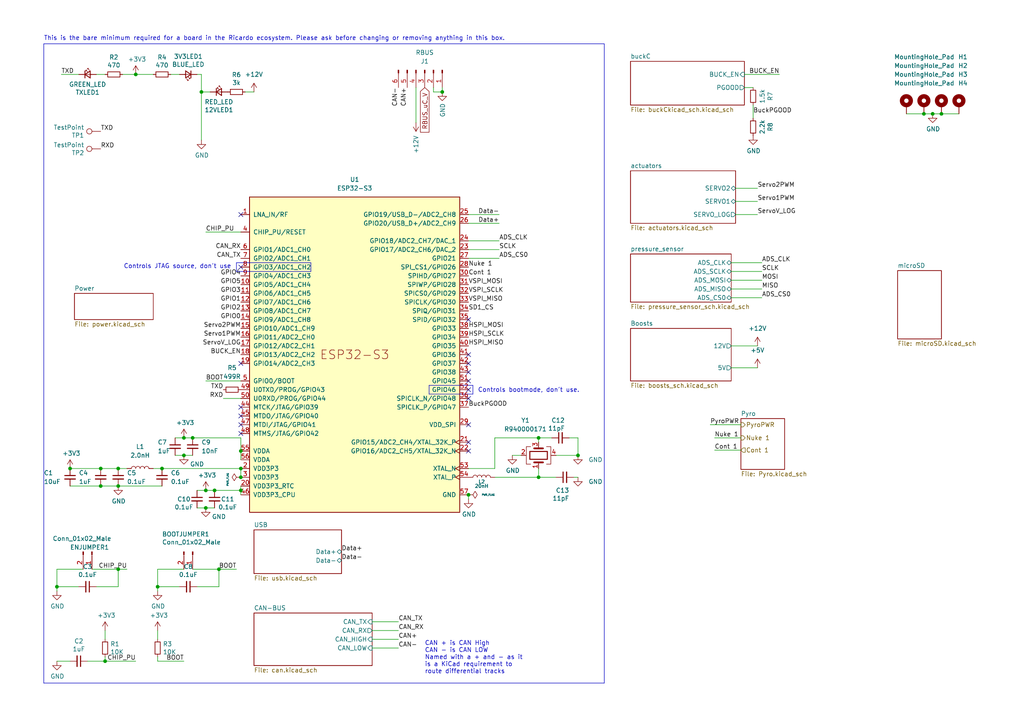
<source format=kicad_sch>
(kicad_sch (version 20230121) (generator eeschema)
  (paper "A4")
  (lib_symbols
    (symbol "+12V_1" (power) (pin_names (offset 0))
      (property "Value" "+12V_1" (at 0 3.556 0))
      (symbol "+12V_1_0_1"
        (polyline (pts (xy -0.762 1.27) (xy 0 2.54)))
        (polyline (pts (xy 0 0) (xy 0 2.54)))
        (polyline (pts (xy 0 2.54) (xy 0.762 1.27)))
      )
      (symbol "+12V_1_1_1"
        (pin power_in line (at 0 0 90) (length 0) hide (name "+12V") (number "1"))
      )
    )
    (symbol "Connector:Conn_01x02_Male" (pin_names (offset 1.016) hide)
      (property "Reference" "J" (at 0 2.54 0))
      (property "Value" "Conn_01x02_Male" (at 0 -5.08 0))
      (symbol "Conn_01x02_Male_1_1"
        (polyline (pts (xy 1.27 -2.54) (xy 0.8636 -2.54)) (stroke (width 0.1524)))
        (polyline (pts (xy 1.27 0) (xy 0.8636 0)) (stroke (width 0.1524)))
        (rectangle (start 0.8636 -2.413) (end 0 -2.667) (stroke (width 0.1524)) (fill (type outline)))
        (rectangle (start 0.8636 0.127) (end 0 -0.127) (stroke (width 0.1524)) (fill (type outline)))
        (pin passive line (at 5.08 0 180) (length 3.81) (name "Pin_1") (number "1"))
        (pin passive line (at 5.08 -2.54 180) (length 3.81) (name "Pin_2") (number "2"))
      )
    )
    (symbol "Connector:Conn_01x06_Male" (pin_names (offset 1.016) hide)
      (property "Reference" "J" (at 0 7.62 0))
      (property "Value" "Conn_01x06_Male" (at 0 -10.16 0))
      (symbol "Conn_01x06_Male_1_1"
        (polyline (pts (xy 1.27 -7.62) (xy 0.8636 -7.62)) (stroke (width 0.1524)))
        (polyline (pts (xy 1.27 -5.08) (xy 0.8636 -5.08)) (stroke (width 0.1524)))
        (polyline (pts (xy 1.27 -2.54) (xy 0.8636 -2.54)) (stroke (width 0.1524)))
        (polyline (pts (xy 1.27 0) (xy 0.8636 0)) (stroke (width 0.1524)))
        (polyline (pts (xy 1.27 2.54) (xy 0.8636 2.54)) (stroke (width 0.1524)))
        (polyline (pts (xy 1.27 5.08) (xy 0.8636 5.08)) (stroke (width 0.1524)))
        (rectangle (start 0.8636 -7.493) (end 0 -7.747) (stroke (width 0.1524)) (fill (type outline)))
        (rectangle (start 0.8636 -4.953) (end 0 -5.207) (stroke (width 0.1524)) (fill (type outline)))
        (rectangle (start 0.8636 -2.413) (end 0 -2.667) (stroke (width 0.1524)) (fill (type outline)))
        (rectangle (start 0.8636 0.127) (end 0 -0.127) (stroke (width 0.1524)) (fill (type outline)))
        (rectangle (start 0.8636 2.667) (end 0 2.413) (stroke (width 0.1524)) (fill (type outline)))
        (rectangle (start 0.8636 5.207) (end 0 4.953) (stroke (width 0.1524)) (fill (type outline)))
        (pin passive line (at 5.08 5.08 180) (length 3.81) (name "Pin_1") (number "1"))
        (pin passive line (at 5.08 2.54 180) (length 3.81) (name "Pin_2") (number "2"))
        (pin passive line (at 5.08 0 180) (length 3.81) (name "Pin_3") (number "3"))
        (pin passive line (at 5.08 -2.54 180) (length 3.81) (name "Pin_4") (number "4"))
        (pin passive line (at 5.08 -5.08 180) (length 3.81) (name "Pin_5") (number "5"))
        (pin passive line (at 5.08 -7.62 180) (length 3.81) (name "Pin_6") (number "6"))
      )
    )
    (symbol "Connector:TestPoint" (pin_numbers hide) (pin_names (offset 0.762) hide)
      (property "Reference" "TP" (at 0 6.858 0))
      (property "Value" "TestPoint" (at 0 5.08 0))
      (symbol "TestPoint_0_1"
        (circle (center 0 3.302) (radius 0.762))
      )
      (symbol "TestPoint_1_1"
        (pin passive line (at 0 0 90) (length 2.54) (name "1") (number "1"))
      )
    )
    (symbol "Device:C_Small" (pin_numbers hide) (pin_names (offset 0.254) hide)
      (property "Reference" "C" (at 0.254 1.778 0))
      (property "Value" "C_Small" (at 0.254 -2.032 0))
      (symbol "C_Small_0_1"
        (polyline (pts (xy -1.524 -0.508) (xy 1.524 -0.508)) (stroke (width 0.3302)))
        (polyline (pts (xy -1.524 0.508) (xy 1.524 0.508)) (stroke (width 0.3048)))
      )
      (symbol "C_Small_1_1"
        (pin passive line (at 0 2.54 270) (length 2.032) (name "~") (number "1"))
        (pin passive line (at 0 -2.54 90) (length 2.032) (name "~") (number "2"))
      )
    )
    (symbol "Device:Crystal_GND24" (pin_names (offset 1.016) hide)
      (property "Reference" "Y" (at 3.175 5.08 0))
      (property "Value" "Crystal_GND24" (at 3.175 3.175 0))
      (symbol "Crystal_GND24_0_1"
        (rectangle (start -1.143 2.54) (end 1.143 -2.54) (stroke (width 0.3048)))
        (polyline (pts (xy -2.54 0) (xy -2.032 0)))
        (polyline (pts (xy -2.032 -1.27) (xy -2.032 1.27)) (stroke (width 0.508)))
        (polyline (pts (xy 0 -3.81) (xy 0 -3.556)))
        (polyline (pts (xy 0 3.556) (xy 0 3.81)))
        (polyline (pts (xy 2.032 -1.27) (xy 2.032 1.27)) (stroke (width 0.508)))
        (polyline (pts (xy 2.032 0) (xy 2.54 0)))
        (polyline (pts (xy -2.54 -2.286) (xy -2.54 -3.556) (xy 2.54 -3.556) (xy 2.54 -2.286)))
        (polyline (pts (xy -2.54 2.286) (xy -2.54 3.556) (xy 2.54 3.556) (xy 2.54 2.286)))
      )
      (symbol "Crystal_GND24_1_1"
        (pin passive line (at -3.81 0 0) (length 1.27) (name "1") (number "1"))
        (pin passive line (at 0 5.08 270) (length 1.27) (name "2") (number "2"))
        (pin passive line (at 3.81 0 180) (length 1.27) (name "3") (number "3"))
        (pin passive line (at 0 -5.08 90) (length 1.27) (name "4") (number "4"))
      )
    )
    (symbol "Device:L" (pin_numbers hide) (pin_names (offset 1.016) hide)
      (property "Reference" "L" (at -1.27 0 90))
      (property "Value" "L" (at 1.905 0 90))
      (symbol "L_0_1"
        (arc (start 0 -2.54) (mid 0.6323 -1.905) (end 0 -1.27))
        (arc (start 0 -1.27) (mid 0.6323 -0.635) (end 0 0))
        (arc (start 0 0) (mid 0.6323 0.635) (end 0 1.27))
        (arc (start 0 1.27) (mid 0.6323 1.905) (end 0 2.54))
      )
      (symbol "L_1_1"
        (pin passive line (at 0 3.81 270) (length 1.27) (name "1") (number "1"))
        (pin passive line (at 0 -3.81 90) (length 1.27) (name "2") (number "2"))
      )
    )
    (symbol "Device:LED_Small" (pin_numbers hide) (pin_names (offset 0.254) hide)
      (property "Reference" "D" (at -1.27 3.175 0))
      (property "Value" "LED_Small" (at -4.445 -2.54 0))
      (symbol "LED_Small_0_1"
        (polyline (pts (xy -0.762 -1.016) (xy -0.762 1.016)) (stroke (width 0.254)))
        (polyline (pts (xy 1.016 0) (xy -0.762 0)))
        (polyline (pts (xy 0.762 -1.016) (xy -0.762 0) (xy 0.762 1.016) (xy 0.762 -1.016)) (stroke (width 0.254)))
        (polyline (pts (xy 0 0.762) (xy -0.508 1.27) (xy -0.254 1.27) (xy -0.508 1.27) (xy -0.508 1.016)))
        (polyline (pts (xy 0.508 1.27) (xy 0 1.778) (xy 0.254 1.778) (xy 0 1.778) (xy 0 1.524)))
      )
      (symbol "LED_Small_1_1"
        (pin passive line (at -2.54 0 0) (length 1.778) (name "K") (number "1"))
        (pin passive line (at 2.54 0 180) (length 1.778) (name "A") (number "2"))
      )
    )
    (symbol "Device:R_Small" (pin_numbers hide) (pin_names (offset 0.254) hide)
      (property "Reference" "R" (at 0.762 0.508 0))
      (property "Value" "R_Small" (at 0.762 -1.016 0))
      (symbol "R_Small_0_1"
        (rectangle (start -0.762 1.778) (end 0.762 -1.778) (stroke (width 0.2032)))
      )
      (symbol "R_Small_1_1"
        (pin passive line (at 0 2.54 270) (length 0.762) (name "~") (number "1"))
        (pin passive line (at 0 -2.54 90) (length 0.762) (name "~") (number "2"))
      )
    )
    (symbol "Espressif:ESP32-S3" (pin_names (offset 1.016))
      (property "Reference" "U" (at 0 48.26 0))
      (property "Value" "ESP32-S3" (at 0 -48.26 0))
      (symbol "ESP32-S3_0_0"
        (text "ESP32-S3" (at 0 0 0) (effects (font (size 2.54 2.54))))
        (pin bidirectional line (at 33.02 -12.7 180) (length 2.54) (name "SPICLK_N/GPIO48") (number "36"))
        (pin bidirectional line (at 33.02 -15.24 180) (length 2.54) (name "SPICLK_P/GPIO47") (number "37"))
      )
      (symbol "ESP32-S3_0_1"
        (rectangle (start -30.48 45.72) (end 30.48 -45.72) (stroke (width 0.254)) (fill (type background)))
      )
      (symbol "ESP32-S3_1_1"
        (pin bidirectional line (at -33.02 40.64 0) (length 2.54) (name "LNA_IN/RF") (number "1"))
        (pin bidirectional line (at -33.02 20.32 0) (length 2.54) (name "GPIO5/ADC1_CH4") (number "10"))
        (pin bidirectional line (at -33.02 17.78 0) (length 2.54) (name "GPIO6/ADC1_CH5") (number "11"))
        (pin bidirectional line (at -33.02 15.24 0) (length 2.54) (name "GPIO7/ADC1_CH6") (number "12"))
        (pin bidirectional line (at -33.02 12.7 0) (length 2.54) (name "GPIO8/ADC1_CH7") (number "13"))
        (pin bidirectional line (at -33.02 10.16 0) (length 2.54) (name "GPIO9/ADC1_CH8") (number "14"))
        (pin bidirectional line (at -33.02 7.62 0) (length 2.54) (name "GPIO10/ADC1_CH9") (number "15"))
        (pin bidirectional line (at -33.02 5.08 0) (length 2.54) (name "GPIO11/ADC2_CH0") (number "16"))
        (pin bidirectional line (at -33.02 2.54 0) (length 2.54) (name "GPIO12/ADC2_CH1") (number "17"))
        (pin bidirectional line (at -33.02 0 0) (length 2.54) (name "GPIO13/ADC2_CH2") (number "18"))
        (pin bidirectional line (at -33.02 -2.54 0) (length 2.54) (name "GPIO14/ADC2_CH3") (number "19"))
        (pin power_in line (at -33.02 -33.02 0) (length 2.54) (name "VDD3P3") (number "2"))
        (pin power_in line (at -33.02 -38.1 0) (length 2.54) (name "VDD3P3_RTC") (number "20"))
        (pin input clock (at 33.02 -25.4 180) (length 2.54) (name "GPIO15/ADC2_CH4/XTAL_32K_P") (number "21"))
        (pin output clock (at 33.02 -27.94 180) (length 2.54) (name "GPIO16/ADC2_CH5/XTAL_32K_N") (number "22"))
        (pin bidirectional line (at 33.02 30.48 180) (length 2.54) (name "GPIO17/ADC2_CH6/DAC_2") (number "23"))
        (pin bidirectional line (at 33.02 33.02 180) (length 2.54) (name "GPIO18/ADC2_CH7/DAC_1") (number "24"))
        (pin bidirectional line (at 33.02 40.64 180) (length 2.54) (name "GPIO19/USB_D-/ADC2_CH8") (number "25"))
        (pin bidirectional line (at 33.02 38.1 180) (length 2.54) (name "GPIO20/USB_D+/ADC2_CH9") (number "26"))
        (pin bidirectional line (at 33.02 27.94 180) (length 2.54) (name "GPIO21") (number "27"))
        (pin bidirectional line (at 33.02 25.4 180) (length 2.54) (name "SPI_CS1/GPIO26") (number "28"))
        (pin power_out line (at 33.02 -20.32 180) (length 2.54) (name "VDD_SPI") (number "29"))
        (pin power_in line (at -33.02 -35.56 0) (length 2.54) (name "VDD3P3") (number "3"))
        (pin bidirectional line (at 33.02 22.86 180) (length 2.54) (name "SPIHD/GPIO27") (number "30"))
        (pin bidirectional line (at 33.02 20.32 180) (length 2.54) (name "SPIWP/GPIO28") (number "31"))
        (pin bidirectional line (at 33.02 17.78 180) (length 2.54) (name "SPICS0/GPIO29") (number "32"))
        (pin bidirectional line (at 33.02 15.24 180) (length 2.54) (name "SPICLK/GPIO30") (number "33"))
        (pin bidirectional line (at 33.02 12.7 180) (length 2.54) (name "SPIQ/GPIO31") (number "34"))
        (pin bidirectional line (at 33.02 10.16 180) (length 2.54) (name "SPID/GPIO32") (number "35"))
        (pin bidirectional line (at 33.02 7.62 180) (length 2.54) (name "GPIO33") (number "38"))
        (pin bidirectional line (at 33.02 5.08 180) (length 2.54) (name "GPIO34") (number "39"))
        (pin input line (at -33.02 35.56 0) (length 2.54) (name "CHIP_PU/RESET") (number "4"))
        (pin bidirectional line (at 33.02 2.54 180) (length 2.54) (name "GPIO35") (number "40"))
        (pin bidirectional line (at 33.02 0 180) (length 2.54) (name "GPIO36") (number "41"))
        (pin bidirectional line (at 33.02 -2.54 180) (length 2.54) (name "GPIO37") (number "42"))
        (pin bidirectional line (at 33.02 -5.08 180) (length 2.54) (name "GPIO38") (number "43"))
        (pin bidirectional line (at -33.02 -15.24 0) (length 2.54) (name "MTCK/JTAG/GPIO39") (number "44"))
        (pin bidirectional line (at -33.02 -17.78 0) (length 2.54) (name "MTDO/JTAG/GPIO40") (number "45"))
        (pin power_in line (at -33.02 -40.64 0) (length 2.54) (name "VDD3P3_CPU") (number "46"))
        (pin bidirectional line (at -33.02 -20.32 0) (length 2.54) (name "MTDI/JTAG/GPIO41") (number "47"))
        (pin bidirectional line (at -33.02 -22.86 0) (length 2.54) (name "MTMS/JTAG/GPIO42") (number "48"))
        (pin bidirectional line (at -33.02 -10.16 0) (length 2.54) (name "U0TXD/PROG/GPIO43") (number "49"))
        (pin bidirectional line (at -33.02 -7.62 0) (length 2.54) (name "GPIO0/BOOT") (number "5"))
        (pin bidirectional line (at -33.02 -12.7 0) (length 2.54) (name "U0RXD/PROG/GPIO44") (number "50"))
        (pin bidirectional line (at 33.02 -7.62 180) (length 2.54) (name "GPIO45") (number "51"))
        (pin bidirectional line (at 33.02 -10.16 180) (length 2.54) (name "GPIO46") (number "52"))
        (pin input clock (at 33.02 -33.02 180) (length 2.54) (name "XTAL_N") (number "53"))
        (pin output clock (at 33.02 -35.56 180) (length 2.54) (name "XTAL_P") (number "54"))
        (pin power_in line (at -33.02 -27.94 0) (length 2.54) (name "VDDA") (number "55"))
        (pin power_in line (at -33.02 -30.48 0) (length 2.54) (name "VDDA") (number "56"))
        (pin power_in line (at 33.02 -40.64 180) (length 2.54) (name "GND") (number "57"))
        (pin bidirectional line (at -33.02 30.48 0) (length 2.54) (name "GPIO1/ADC1_CH0") (number "6"))
        (pin bidirectional line (at -33.02 27.94 0) (length 2.54) (name "GPIO2/ADC1_CH1") (number "7"))
        (pin bidirectional line (at -33.02 25.4 0) (length 2.54) (name "GPIO3/ADC1_CH2") (number "8"))
        (pin bidirectional line (at -33.02 22.86 0) (length 2.54) (name "GPIO4/ADC1_CH3") (number "9"))
      )
    )
    (symbol "Mechanical:MountingHole_Pad" (pin_numbers hide) (pin_names (offset 1.016) hide)
      (property "Reference" "H" (at 0 6.35 0))
      (property "Value" "MountingHole_Pad" (at 0 4.445 0))
      (symbol "MountingHole_Pad_0_1"
        (circle (center 0 1.27) (radius 1.27) (stroke (width 1.27)))
      )
      (symbol "MountingHole_Pad_1_1"
        (pin input line (at 0 -2.54 90) (length 2.54) (name "1") (number "1"))
      )
    )
    (symbol "power:+12V" (power) (pin_names (offset 0))
      (property "Value" "+12V" (at 0 3.556 0))
      (symbol "+12V_0_1"
        (polyline (pts (xy -0.762 1.27) (xy 0 2.54)))
        (polyline (pts (xy 0 0) (xy 0 2.54)))
        (polyline (pts (xy 0 2.54) (xy 0.762 1.27)))
      )
      (symbol "+12V_1_1"
        (pin power_in line (at 0 0 90) (length 0) hide (name "+12V") (number "1"))
      )
    )
    (symbol "power:+3.3V" (power) (pin_names (offset 0))
      (property "Value" "+3.3V" (at 0 3.556 0))
      (symbol "+3.3V_0_1"
        (polyline (pts (xy -0.762 1.27) (xy 0 2.54)))
        (polyline (pts (xy 0 0) (xy 0 2.54)))
        (polyline (pts (xy 0 2.54) (xy 0.762 1.27)))
      )
      (symbol "+3.3V_1_1"
        (pin power_in line (at 0 0 90) (length 0) hide (name "+3V3") (number "1"))
      )
    )
    (symbol "power:+5V" (power) (pin_names (offset 0))
      (property "Value" "+5V" (at 0 3.556 0))
      (symbol "+5V_0_1"
        (polyline (pts (xy -0.762 1.27) (xy 0 2.54)))
        (polyline (pts (xy 0 0) (xy 0 2.54)))
        (polyline (pts (xy 0 2.54) (xy 0.762 1.27)))
      )
      (symbol "+5V_1_1"
        (pin power_in line (at 0 0 90) (length 0) hide (name "+5V") (number "1"))
      )
    )
    (symbol "power:GND" (power) (pin_names (offset 0))
      (property "Value" "GND" (at 0 -3.81 0))
      (symbol "GND_0_1"
        (polyline (pts (xy 0 0) (xy 0 -1.27) (xy 1.27 -1.27) (xy 0 -2.54) (xy -1.27 -1.27) (xy 0 -1.27)))
      )
      (symbol "GND_1_1"
        (pin power_in line (at 0 0 270) (length 0) hide (name "GND") (number "1"))
      )
    )
    (symbol "power:PWR_FLAG" (power) (pin_numbers hide) (pin_names (offset 0) hide)
      (property "Value" "PWR_FLAG" (at 0 3.81 0))
      (symbol "PWR_FLAG_0_0"
        (pin power_out line (at 0 0 90) (length 0) (name "pwr") (number "1"))
      )
      (symbol "PWR_FLAG_0_1"
        (polyline (pts (xy 0 0) (xy 0 1.27) (xy -1.016 1.905) (xy 0 2.54) (xy 1.016 1.905) (xy 0 1.27)))
      )
    )
  )
  (junction (at 39.37 21.59))
  (junction (at 59.69 142.24))
  (junction (at 53.34 127))
  (junction (at 58.42 26.67))
  (junction (at 30.48 191.77))
  (junction (at 69.85 142.24))
  (junction (at 55.88 127))
  (junction (at 63.5 165.1))
  (junction (at 59.69 147.32))
  (junction (at 62.23 142.24))
  (junction (at 34.29 135.89))
  (junction (at 69.85 138.43))
  (junction (at 20.32 135.89))
  (junction (at 45.72 170.18))
  (junction (at 29.21 135.89))
  (junction (at 34.29 140.97))
  (junction (at 156.21 127))
  (junction (at 273.05 33.02))
  (junction (at 53.34 132.08))
  (junction (at 156.21 138.43))
  (junction (at 29.21 140.97))
  (junction (at 16.51 170.18))
  (junction (at 69.85 130.81))
  (junction (at 270.51 33.02))
  (junction (at 267.97 33.02))
  (junction (at 167.64 132.08))
  (junction (at 46.99 135.89))
  (junction (at 128.27 26.67))
  (junction (at 34.29 165.1))
  (junction (at 69.85 135.89))
  (junction (at 135.89 143.51))
  (no_connect (at 69.85 105.41))
  (no_connect (at 135.89 115.57))
  (no_connect (at 135.89 105.41))
  (no_connect (at 135.89 107.95))
  (no_connect (at 135.89 130.81))
  (no_connect (at 69.85 118.11))
  (no_connect (at 69.85 77.47))
  (no_connect (at 135.89 102.87))
  (no_connect (at 135.89 128.27))
  (no_connect (at 69.85 62.23))
  (no_connect (at 135.89 113.03))
  (no_connect (at 135.89 92.71))
  (no_connect (at 69.85 120.65))
  (no_connect (at 135.89 123.19))
  (no_connect (at 69.85 123.19))
  (no_connect (at 69.85 125.73))
  (no_connect (at 135.89 110.49))
  (wire (pts (xy 120.65 25.4) (xy 120.65 35.56)))
  (wire (pts (xy 30.48 191.77) (xy 30.48 190.5)))
  (wire (pts (xy 135.89 62.23) (xy 144.78 62.23)))
  (wire (pts (xy 69.85 135.89) (xy 69.85 138.43)))
  (polyline (pts (xy 90.17 78.74) (xy 68.58 78.74)))
  (wire (pts (xy 63.5 170.18) (xy 63.5 165.1)))
  (polyline (pts (xy 68.58 76.2) (xy 68.58 78.74)))
  (wire (pts (xy 213.36 58.42) (xy 219.71 58.42)))
  (wire (pts (xy 60.96 26.67) (xy 58.42 26.67)))
  (wire (pts (xy 16.51 191.77) (xy 20.32 191.77)))
  (wire (pts (xy 107.95 180.34) (xy 115.57 180.34)))
  (wire (pts (xy 128.27 25.4) (xy 128.27 26.67)))
  (wire (pts (xy 212.09 83.82) (xy 220.98 83.82)))
  (wire (pts (xy 212.09 81.28) (xy 220.98 81.28)))
  (wire (pts (xy 160.02 127) (xy 156.21 127)))
  (wire (pts (xy 45.72 165.1) (xy 53.34 165.1)))
  (wire (pts (xy 125.73 26.67) (xy 128.27 26.67)))
  (wire (pts (xy 58.42 21.59) (xy 57.15 21.59)))
  (wire (pts (xy 29.21 135.89) (xy 34.29 135.89)))
  (wire (pts (xy 143.51 138.43) (xy 156.21 138.43)))
  (wire (pts (xy 59.69 110.49) (xy 69.85 110.49)))
  (polyline (pts (xy 12.7 12.7) (xy 12.7 198.12)))
  (wire (pts (xy 267.97 33.02) (xy 262.89 33.02)))
  (wire (pts (xy 213.36 54.61) (xy 219.71 54.61)))
  (wire (pts (xy 16.51 170.18) (xy 16.51 171.45)))
  (wire (pts (xy 57.15 170.18) (xy 63.5 170.18)))
  (polyline (pts (xy 137.16 111.76) (xy 137.16 114.3)))
  (wire (pts (xy 68.58 165.1) (xy 63.5 165.1)))
  (wire (pts (xy 27.94 21.59) (xy 30.48 21.59)))
  (wire (pts (xy 16.51 165.1) (xy 16.51 170.18)))
  (wire (pts (xy 161.29 132.08) (xy 167.64 132.08)))
  (wire (pts (xy 30.48 182.88) (xy 30.48 185.42)))
  (wire (pts (xy 135.89 72.39) (xy 144.78 72.39)))
  (wire (pts (xy 57.15 147.32) (xy 59.69 147.32)))
  (polyline (pts (xy 68.58 76.2) (xy 90.17 76.2)))
  (wire (pts (xy 34.29 135.89) (xy 36.83 135.89)))
  (wire (pts (xy 69.85 142.24) (xy 69.85 143.51)))
  (wire (pts (xy 62.23 142.24) (xy 69.85 142.24)))
  (wire (pts (xy 64.77 115.57) (xy 69.85 115.57)))
  (wire (pts (xy 53.34 132.08) (xy 55.88 132.08)))
  (wire (pts (xy 143.51 135.89) (xy 143.51 127)))
  (wire (pts (xy 156.21 127) (xy 156.21 128.27)))
  (wire (pts (xy 34.29 165.1) (xy 36.83 165.1)))
  (wire (pts (xy 50.8 132.08) (xy 53.34 132.08)))
  (polyline (pts (xy 124.46 111.76) (xy 124.46 114.3)))
  (wire (pts (xy 207.264 127) (xy 214.884 127)))
  (polyline (pts (xy 12.7 12.7) (xy 175.26 12.7)))
  (wire (pts (xy 55.88 127) (xy 69.85 127)))
  (wire (pts (xy 213.36 62.23) (xy 219.71 62.23)))
  (wire (pts (xy 44.45 135.89) (xy 46.99 135.89)))
  (wire (pts (xy 212.09 76.2) (xy 220.98 76.2)))
  (wire (pts (xy 22.86 170.18) (xy 16.51 170.18)))
  (wire (pts (xy 50.8 127) (xy 53.34 127)))
  (wire (pts (xy 17.78 21.59) (xy 22.86 21.59)))
  (wire (pts (xy 52.07 170.18) (xy 45.72 170.18)))
  (wire (pts (xy 218.44 30.48) (xy 218.44 34.29)))
  (wire (pts (xy 278.13 33.02) (xy 273.05 33.02)))
  (wire (pts (xy 212.09 106.68) (xy 219.71 106.68)))
  (wire (pts (xy 29.21 140.97) (xy 34.29 140.97)))
  (wire (pts (xy 35.56 21.59) (xy 39.37 21.59)))
  (wire (pts (xy 215.9 21.59) (xy 226.06 21.59)))
  (wire (pts (xy 107.95 187.96) (xy 115.57 187.96)))
  (wire (pts (xy 107.95 182.88) (xy 115.57 182.88)))
  (wire (pts (xy 69.85 127) (xy 69.85 130.81)))
  (polyline (pts (xy 137.16 114.3) (xy 124.46 114.3)))
  (wire (pts (xy 55.88 165.1) (xy 63.5 165.1)))
  (wire (pts (xy 125.73 25.4) (xy 125.73 26.67)))
  (wire (pts (xy 25.4 191.77) (xy 30.48 191.77)))
  (wire (pts (xy 273.05 33.02) (xy 270.51 33.02)))
  (wire (pts (xy 135.89 135.89) (xy 143.51 135.89)))
  (wire (pts (xy 45.72 170.18) (xy 45.72 171.45)))
  (wire (pts (xy 45.72 191.77) (xy 45.72 190.5)))
  (wire (pts (xy 49.53 21.59) (xy 52.07 21.59)))
  (wire (pts (xy 148.59 132.08) (xy 151.13 132.08)))
  (wire (pts (xy 205.994 123.19) (xy 214.884 123.19)))
  (wire (pts (xy 58.42 21.59) (xy 58.42 26.67)))
  (wire (pts (xy 161.29 138.43) (xy 156.21 138.43)))
  (wire (pts (xy 59.69 67.31) (xy 69.85 67.31)))
  (wire (pts (xy 53.34 191.77) (xy 45.72 191.77)))
  (wire (pts (xy 58.42 26.67) (xy 58.42 40.64)))
  (wire (pts (xy 156.21 135.89) (xy 156.21 138.43)))
  (wire (pts (xy 34.29 170.18) (xy 34.29 165.1)))
  (polyline (pts (xy 90.17 76.2) (xy 90.17 78.74)))
  (wire (pts (xy 143.51 127) (xy 156.21 127)))
  (wire (pts (xy 167.64 138.43) (xy 166.37 138.43)))
  (wire (pts (xy 20.32 135.89) (xy 29.21 135.89)))
  (wire (pts (xy 212.09 78.74) (xy 220.98 78.74)))
  (wire (pts (xy 167.64 127) (xy 167.64 132.08)))
  (wire (pts (xy 207.264 130.556) (xy 214.884 130.556)))
  (wire (pts (xy 39.37 21.59) (xy 44.45 21.59)))
  (polyline (pts (xy 124.46 111.76) (xy 137.16 111.76)))
  (wire (pts (xy 59.69 147.32) (xy 62.23 147.32)))
  (wire (pts (xy 30.48 191.77) (xy 39.37 191.77)))
  (wire (pts (xy 270.51 33.02) (xy 267.97 33.02)))
  (wire (pts (xy 107.95 185.42) (xy 115.57 185.42)))
  (wire (pts (xy 135.89 69.85) (xy 144.78 69.85)))
  (wire (pts (xy 53.34 127) (xy 55.88 127)))
  (wire (pts (xy 73.66 26.67) (xy 71.12 26.67)))
  (wire (pts (xy 46.99 135.89) (xy 69.85 135.89)))
  (polyline (pts (xy 175.26 12.7) (xy 175.26 198.12)))
  (wire (pts (xy 34.29 140.97) (xy 46.99 140.97)))
  (wire (pts (xy 212.09 100.33) (xy 219.71 100.33)))
  (wire (pts (xy 215.9 25.4) (xy 218.44 25.4)))
  (wire (pts (xy 135.89 64.77) (xy 144.78 64.77)))
  (wire (pts (xy 27.94 170.18) (xy 34.29 170.18)))
  (wire (pts (xy 45.72 165.1) (xy 45.72 170.18)))
  (wire (pts (xy 69.85 130.81) (xy 69.85 133.35)))
  (wire (pts (xy 59.69 142.24) (xy 62.23 142.24)))
  (wire (pts (xy 57.15 142.24) (xy 59.69 142.24)))
  (wire (pts (xy 20.32 140.97) (xy 29.21 140.97)))
  (wire (pts (xy 69.85 142.24) (xy 69.85 140.97)))
  (wire (pts (xy 167.64 127) (xy 165.1 127)))
  (wire (pts (xy 26.67 165.1) (xy 34.29 165.1)))
  (wire (pts (xy 135.89 144.78) (xy 135.89 143.51)))
  (wire (pts (xy 45.72 182.88) (xy 45.72 185.42)))
  (wire (pts (xy 135.89 74.93) (xy 144.78 74.93)))
  (wire (pts (xy 16.51 165.1) (xy 24.13 165.1)))
  (polyline (pts (xy 175.26 198.12) (xy 12.7 198.12)))
  (wire (pts (xy 212.09 86.36) (xy 220.98 86.36)))
  (text "Controls bootmode, don't use.\n" (at 138.5894 113.9757 0) (effects (font (size 1.27 1.27)) (justify left bottom)))
  (text "This is the bare minimum required for a board in the Ricardo ecosystem. Please ask before changing or removing anything in this box.\n\n" (at 12.7 13.97 0) (effects (font (size 1.27 1.27)) (justify left bottom)))
  (text "CAN + is CAN High\nCAN - is CAN LOW\nNamed with a + and - as it\nis a KiCad requirement to\nroute differential tracks\n" (at 123.19 195.58 0) (effects (font (size 1.27 1.27)) (justify left bottom)))
  (text "Controls JTAG source, don't use\n" (at 67.0857 78.0878 0) (effects (font (size 1.27 1.27)) (justify right bottom)))
  (label "Nuke 1" (at 207.264 127 0))
  (label "MOSI" (at 220.98 81.28 0))
  (label "CHIP_PU" (at 36.83 165.1 180))
  (label "Servo1PWM" (at 219.71 58.42 0))
  (label "MISO" (at 220.98 83.82 0))
  (label "SCLK" (at 220.98 78.74 0))
  (label "Servo2PWM" (at 69.85 95.25 180))
  (label "CAN+" (at 115.57 185.42 0))
  (label "ADS_CS0" (at 220.98 86.36 0))
  (label "Servo1PWM" (at 69.85 97.79 180))
  (label "Data+" (at 99.06 160.02 0))
  (label "BuckPGOOD" (at 135.89 118.11 0))
  (label "RXD" (at 29.21 43.18 0))
  (label "GPIO1" (at 69.85 87.63 180))
  (label "VSPI_SCLK" (at 135.89 85.09 0))
  (label "SD1_CS" (at 135.89 90.17 0))
  (label "GPIO0" (at 69.85 92.71 180))
  (label "HSPI_SCLK" (at 135.89 97.79 0))
  (label "CAN_TX" (at 69.85 74.93 180))
  (label "SCLK" (at 144.78 72.39 0))
  (label "Servo2PWM" (at 219.71 54.61 0))
  (label "Cont 1" (at 207.264 130.556 0))
  (label "Data-" (at 99.06 162.56 0))
  (label "VSPI_MISO" (at 135.89 87.63 0))
  (label "BOOT" (at 53.34 191.77 180))
  (label "ADS_CLK" (at 144.78 69.85 0))
  (label "TXD" (at 29.21 38.1 0))
  (label "CAN-" (at 115.57 25.4 270))
  (label "CAN+" (at 118.11 25.4 270))
  (label "CAN_TX" (at 115.57 180.34 0))
  (label "GPIO2" (at 69.85 90.17 180))
  (label "Cont 1" (at 135.89 80.01 0))
  (label "BOOT" (at 68.58 165.1 180))
  (label "ServoV_LOG" (at 69.85 100.33 180))
  (label "GPIO5" (at 69.85 82.55 180))
  (label "GPIO3" (at 69.85 85.09 180))
  (label "CAN_RX" (at 69.85 72.39 180))
  (label "BUCK_EN" (at 226.06 21.59 180))
  (label "RXD" (at 64.77 115.57 180))
  (label "BOOT" (at 59.69 110.49 0))
  (label "TXD" (at 64.77 113.03 180))
  (label "ADS_CS0" (at 144.78 74.93 0))
  (label "ADS_CLK" (at 220.98 76.2 0))
  (label "Nuke 1" (at 135.89 77.47 0))
  (label "CHIP_PU" (at 59.69 67.31 0))
  (label "ServoV_LOG" (at 219.71 62.23 0))
  (label "PyroPWR" (at 205.994 123.19 0))
  (label "BUCK_EN" (at 69.85 102.87 180))
  (label "CAN_RX" (at 115.57 182.88 0))
  (label "VSPI_MOSI" (at 135.89 82.55 0))
  (label "Data+" (at 144.78 64.77 180))
  (label "Data-" (at 144.78 62.23 180))
  (label "CAN-" (at 115.57 187.96 0))
  (label "GPIO4" (at 69.85 80.01 180))
  (label "BuckPGOOD" (at 218.44 33.02 0))
  (label "HSPI_MISO" (at 135.89 100.33 0))
  (label "TXD" (at 17.78 21.59 0))
  (label "CHIP_PU" (at 39.37 191.77 180))
  (label "HSPI_MOSI" (at 135.89 95.25 0))
  (global_label "RBUS_uC_V" (shape input) (at 123.19 25.4 270) (property "Intersheetrefs" "${INTERSHEET_REFS}" (effects hide)))
  (hierarchical_label "PyroPWR" (shape output) (at 214.884 123.19 0))
  (hierarchical_label "Cont 1" (shape input) (at 214.884 130.556 0))
  (hierarchical_label "Nuke 1" (shape output) (at 214.884 127 0))
  (symbol (lib_id "power:+3.3V") (at 30.48 182.88 0) (unit 1)
    (property "Reference" "#PWR04" (effects hide))
    (property "Value" "+3.3V" (at 30.861 178.4858 0))
  )
  (symbol (lib_id "Device:R_Small") (at 30.48 187.96 0) (unit 1)
    (property "Reference" "R1" (at 31.9786 186.7916 0) (effects (justify left)))
    (property "Value" "10K" (at 31.9786 189.103 0) (effects (justify left)))
    (property "Footprint" "Resistor_SMD:R_0402_1005Metric" (effects hide))
  )
  (symbol (lib_id "Device:C_Small") (at 22.86 191.77 270) (unit 1)
    (property "Reference" "C2" (at 22.86 185.9534 90))
    (property "Value" "1uF" (at 22.86 188.2648 90))
    (property "Footprint" "Capacitor_SMD:C_0402_1005Metric" (effects hide))
  )
  (symbol (lib_id "power:GND") (at 16.51 191.77 0) (unit 1)
    (property "Reference" "#PWR02" (effects hide))
    (property "Value" "GND" (at 16.637 196.1642 0))
  )
  (symbol (lib_id "power:+3.3V") (at 45.72 182.88 0) (unit 1)
    (property "Reference" "#PWR08" (effects hide))
    (property "Value" "+3.3V" (at 46.101 178.4858 0))
  )
  (symbol (lib_id "Device:R_Small") (at 45.72 187.96 0) (unit 1)
    (property "Reference" "R3" (at 47.2186 186.7916 0) (effects (justify left)))
    (property "Value" "10K" (at 47.2186 189.103 0) (effects (justify left)))
    (property "Footprint" "Resistor_SMD:R_0402_1005Metric" (effects hide))
  )
  (symbol (lib_id "power:GND") (at 45.72 171.45 0) (unit 1)
    (property "Reference" "#PWR07" (effects hide))
    (property "Value" "GND" (at 45.847 175.8442 0))
  )
  (symbol (lib_id "Device:C_Small") (at 54.61 170.18 270) (unit 1)
    (property "Reference" "C8" (at 54.61 164.3634 90))
    (property "Value" "0.1uF" (at 54.61 166.6748 90))
    (property "Footprint" "Capacitor_SMD:C_0402_1005Metric" (effects hide))
  )
  (symbol (lib_id "power:GND") (at 16.51 171.45 0) (unit 1)
    (property "Reference" "#PWR01" (effects hide))
    (property "Value" "GND" (at 16.637 175.8442 0))
  )
  (symbol (lib_id "Device:C_Small") (at 25.4 170.18 270) (unit 1)
    (property "Reference" "C3" (at 25.4 164.3634 90))
    (property "Value" "0.1uF" (at 25.4 166.6748 90))
    (property "Footprint" "Capacitor_SMD:C_0402_1005Metric" (effects hide))
  )
  (symbol (lib_id "Device:LED_Small") (at 25.4 21.59 0) (unit 1)
    (property "Reference" "TXLED1" (at 25.4 26.797 0))
    (property "Value" "GREEN_LED" (at 25.4 24.4856 0))
    (property "Footprint" "Resistor_SMD:R_0402_1005Metric" (effects hide))
  )
  (symbol (lib_id "Device:R_Small") (at 33.02 21.59 270) (unit 1)
    (property "Reference" "R2" (at 33.02 16.6116 90))
    (property "Value" "470" (at 33.02 18.923 90))
    (property "Footprint" "Resistor_SMD:R_0402_1005Metric" (effects hide))
  )
  (symbol (lib_id "power:GND") (at 58.42 40.64 0) (unit 1)
    (property "Reference" "#PWR011" (effects hide))
    (property "Value" "GND" (at 58.547 45.0342 0))
  )
  (symbol (lib_id "power:+3.3V") (at 39.37 21.59 0) (unit 1)
    (property "Reference" "#PWR06" (effects hide))
    (property "Value" "+3.3V" (at 39.751 17.1958 0))
  )
  (symbol (lib_id "Device:LED_Small") (at 54.61 21.59 180) (unit 1)
    (property "Reference" "3V3LED1" (at 54.61 16.383 0))
    (property "Value" "BLUE_LED" (at 54.61 18.6944 0))
    (property "Footprint" "Resistor_SMD:R_0402_1005Metric" (effects hide))
  )
  (symbol (lib_id "Device:R_Small") (at 46.99 21.59 270) (unit 1)
    (property "Reference" "R4" (at 46.99 16.6116 90))
    (property "Value" "470" (at 46.99 18.923 90))
    (property "Footprint" "Resistor_SMD:R_0402_1005Metric" (effects hide))
  )
  (symbol (lib_id "Connector:Conn_01x02_Male") (at 26.67 160.02 270) (unit 1)
    (property "Reference" "ENJUMPER1" (at 20.32 158.75 90) (effects (justify left)))
    (property "Value" "Conn_01x02_Male" (at 15.24 156.21 90) (effects (justify left)))
    (property "Footprint" "Connector_PinHeader_2.54mm:PinHeader_1x02_P2.54mm_Vertical" (effects hide))
  )
  (symbol (lib_id "Connector:Conn_01x02_Male") (at 55.88 160.02 270) (unit 1)
    (property "Reference" "BOOTJUMPER1" (at 46.99 154.94 90) (effects (justify left)))
    (property "Value" "Conn_01x02_Male" (at 46.99 157.2514 90) (effects (justify left)))
    (property "Footprint" "Connector_PinHeader_2.54mm:PinHeader_1x02_P2.54mm_Vertical" (effects hide))
  )
  (symbol (lib_id "power:GND") (at 128.27 26.67 0) (unit 1)
    (property "Reference" "#PWR016" (effects hide))
    (property "Value" "GND" (at 128.397 29.9212 90) (effects (justify right)))
  )
  (symbol (lib_id "Connector:Conn_01x06_Male") (at 123.19 20.32 270) (unit 1)
    (property "Reference" "J1" (at 123.19 17.78 90))
    (property "Value" "RBUS" (at 123.19 15.24 90))
    (property "Footprint" "Connector_Molex:Molex_Mini-Fit_Jr_5566-06A_2x03_P4.20mm_Vertical" (effects hide))
  )
  (symbol (lib_id "Device:LED_Small") (at 63.5 26.67 0) (unit 1)
    (property "Reference" "12VLED1" (at 63.5 31.877 0))
    (property "Value" "RED_LED" (at 63.5 29.5656 0))
    (property "Footprint" "Resistor_SMD:R_0402_1005Metric" (effects hide))
  )
  (symbol (lib_id "Device:R_Small") (at 68.58 26.67 270) (unit 1)
    (property "Reference" "R6" (at 68.58 21.6916 90))
    (property "Value" "3k" (at 68.58 24.003 90))
    (property "Footprint" "Resistor_SMD:R_0402_1005Metric" (effects hide))
  )
  (symbol (lib_id "power:PWR_FLAG") (at 135.89 143.51 270) (unit 1)
    (property "Reference" "#FLG010" (effects hide))
    (property "Value" "PWR_FLAG" (at 139.7 143.51 90) (effects (font (size 0.5 0.5)) (justify left)))
  )
  (symbol (lib_id "Connector:TestPoint") (at 29.21 38.1 90) (unit 1)
    (property "Reference" "TP1" (at 24.4348 39.2684 90) (effects (justify left)))
    (property "Value" "TestPoint" (at 24.4348 36.957 90) (effects (justify left)))
    (property "Footprint" "TestPoint:TestPoint_Pad_D1.0mm" (effects hide))
  )
  (symbol (lib_id "power:GND") (at 218.44 39.37 0) (unit 1)
    (property "Reference" "#PWR021" (effects hide))
    (property "Value" "GND" (at 218.567 43.7642 0))
  )
  (symbol (lib_id "power:GND") (at 167.64 132.08 0) (unit 1)
    (property "Reference" "#PWR019" (effects hide))
    (property "Value" "GND" (at 172.72 133.35 0))
  )
  (symbol (lib_id "power:GND") (at 34.29 140.97 0) (unit 1)
    (property "Reference" "#PWR05" (effects hide))
    (property "Value" "GND" (at 34.417 145.3642 0))
  )
  (symbol (lib_id "power:+5V") (at 219.71 106.68 0) (unit 1)
    (property "Reference" "#PWR0126" (effects hide))
    (property "Value" "+5V" (at 219.71 101.6 0))
  )
  (symbol (lib_id "Device:C_Small") (at 55.88 129.54 0) (unit 1)
    (property "Reference" "C9" (at 58.42 128.2762 0) (effects (justify left)))
    (property "Value" "10nF" (at 58.42 130.8162 0) (effects (justify left)))
    (property "Footprint" "Capacitor_SMD:C_0402_1005Metric" (effects hide))
  )
  (symbol (lib_id "power:+3.3V") (at 53.34 127 0) (unit 1)
    (property "Reference" "#PWR09" (effects hide))
    (property "Value" "+3.3V" (at 53.721 122.6058 0))
  )
  (symbol (lib_id "Mechanical:MountingHole_Pad") (at 267.97 30.48 0) (unit 1)
    (property "Reference" "H2" (at 280.67 19.05 0) (effects (justify right)))
    (property "Value" "MountingHole_Pad" (at 276.86 21.59 0) (effects (justify right)))
    (property "Footprint" "MountingHole:MountingHole_3.2mm_M3_DIN965_Pad" (effects hide))
  )
  (symbol (lib_id "Device:C_Small") (at 50.8 129.54 0) (unit 1)
    (property "Reference" "C7" (at 45.72 128.27 0) (effects (justify left)))
    (property "Value" "1uF" (at 45.72 130.81 0) (effects (justify left)))
    (property "Footprint" "Capacitor_SMD:C_0402_1005Metric" (effects hide))
  )
  (symbol (lib_name "+12V_1") (lib_id "power:+12V") (at 219.71 100.33 0) (unit 1)
    (property "Reference" "#PWR0125" (effects hide))
    (property "Value" "+12V" (at 219.71 95.25 0))
  )
  (symbol (lib_id "power:+12V") (at 73.66 26.67 0) (unit 1)
    (property "Reference" "#PWR014" (effects hide))
    (property "Value" "+12V" (at 73.66 21.59 0))
  )
  (symbol (lib_id "Mechanical:MountingHole_Pad") (at 278.13 30.48 0) (unit 1)
    (property "Reference" "H4" (at 280.67 24.13 0) (effects (justify right)))
    (property "Value" "MountingHole_Pad" (at 276.86 16.51 0) (effects (justify right)))
    (property "Footprint" "MountingHole:MountingHole_3.2mm_M3_DIN965_Pad" (effects hide))
  )
  (symbol (lib_id "power:GND") (at 59.69 147.32 0) (unit 1)
    (property "Reference" "#PWR013" (effects hide))
    (property "Value" "GND" (at 63.5 149.86 0))
  )
  (symbol (lib_id "power:+12V") (at 120.65 35.56 180) (unit 1)
    (property "Reference" "#PWR015" (effects hide))
    (property "Value" "+12V" (at 120.65 41.91 90))
  )
  (symbol (lib_id "Device:C_Small") (at 20.32 138.43 0) (unit 1)
    (property "Reference" "C1" (at 12.7 137.16 0) (effects (justify left)))
    (property "Value" "10uF" (at 12.7 139.7 0) (effects (justify left)))
    (property "Footprint" "Capacitor_SMD:C_0402_1005Metric" (effects hide))
  )
  (symbol (lib_id "Device:C_Small") (at 57.15 144.78 0) (unit 1)
    (property "Reference" "C10" (at 53.34 144.78 0))
    (property "Value" "0.1uF" (at 53.34 147.0914 0))
    (property "Footprint" "Capacitor_SMD:C_0402_1005Metric" (effects hide))
  )
  (symbol (lib_id "Device:C_Small") (at 163.83 138.43 90) (unit 1)
    (property "Reference" "C13" (at 165.1 142.24 90) (effects (justify left)))
    (property "Value" "11pF" (at 165.1 144.5514 90) (effects (justify left)))
    (property "Footprint" "Capacitor_SMD:C_0402_1005Metric" (effects hide))
  )
  (symbol (lib_id "power:GND") (at 167.64 138.43 0) (unit 1)
    (property "Reference" "#PWR020" (effects hide))
    (property "Value" "GND" (at 172.72 139.7 0))
  )
  (symbol (lib_id "Device:C_Small") (at 34.29 138.43 0) (unit 1)
    (property "Reference" "C5" (at 36.83 137.1662 0) (effects (justify left)))
    (property "Value" "0.1uF" (at 36.83 139.7062 0) (effects (justify left)))
    (property "Footprint" "Capacitor_SMD:C_0402_1005Metric" (effects hide))
  )
  (symbol (lib_id "power:GND") (at 53.34 132.08 0) (unit 1)
    (property "Reference" "#PWR010" (effects hide))
    (property "Value" "GND" (at 57.15 134.62 0))
  )
  (symbol (lib_id "Device:R_Small") (at 218.44 27.94 180) (unit 1)
    (property "Reference" "R7" (at 223.4184 27.94 90))
    (property "Value" "1.5k" (at 221.107 27.94 90))
    (property "Footprint" "Resistor_SMD:R_0402_1005Metric" (effects hide))
  )
  (symbol (lib_id "Mechanical:MountingHole_Pad") (at 262.89 30.48 0) (unit 1)
    (property "Reference" "H1" (at 280.67 16.51 0) (effects (justify right)))
    (property "Value" "MountingHole_Pad" (at 276.86 24.13 0) (effects (justify right)))
    (property "Footprint" "MountingHole:MountingHole_3.2mm_M3_DIN965_Pad" (effects hide))
  )
  (symbol (lib_id "power:PWR_FLAG") (at 69.85 138.43 90) (unit 1)
    (property "Reference" "#FLG012" (effects hide))
    (property "Value" "PWR_FLAG" (at 66.04 140.97 0) (effects (font (size 0.5 0.5)) (justify left)))
  )
  (symbol (lib_id "Device:C_Small") (at 62.23 144.78 0) (unit 1)
    (property "Reference" "C11" (at 66.04 144.78 0))
    (property "Value" "0.1uF" (at 66.04 147.0914 0))
    (property "Footprint" "Capacitor_SMD:C_0402_1005Metric" (effects hide))
  )
  (symbol (lib_id "Device:C_Small") (at 162.56 127 90) (unit 1)
    (property "Reference" "C12" (at 163.83 121.92 90) (effects (justify left)))
    (property "Value" "11pF" (at 163.83 124.2314 90) (effects (justify left)))
    (property "Footprint" "Capacitor_SMD:C_0402_1005Metric" (effects hide))
  )
  (symbol (lib_id "power:GND") (at 148.59 132.08 0) (unit 1)
    (property "Reference" "#PWR018" (effects hide))
    (property "Value" "GND" (at 148.717 136.4742 0))
  )
  (symbol (lib_id "Device:L") (at 139.7 138.43 90) (unit 1)
    (property "Reference" "L2" (at 139.7 139.7 90) (effects (font (size 1 1))))
    (property "Value" "20nH" (at 139.7 140.97 90) (effects (font (size 1 1))))
    (property "Footprint" "Inductor_SMD:L_0402_1005Metric" (effects hide))
  )
  (symbol (lib_id "power:+3.3V") (at 59.69 142.24 0) (unit 1)
    (property "Reference" "#PWR012" (effects hide))
    (property "Value" "+3.3V" (at 60.071 137.8458 0))
  )
  (symbol (lib_id "Connector:TestPoint") (at 29.21 43.18 90) (unit 1)
    (property "Reference" "TP2" (at 24.4348 44.3484 90) (effects (justify left)))
    (property "Value" "TestPoint" (at 24.4348 42.037 90) (effects (justify left)))
    (property "Footprint" "TestPoint:TestPoint_Pad_D1.0mm" (effects hide))
  )
  (symbol (lib_id "Device:L") (at 40.64 135.89 90) (unit 1)
    (property "Reference" "L1" (at 40.64 129.54 90))
    (property "Value" "2.0nH" (at 40.64 132.08 90))
    (property "Footprint" "Inductor_SMD:L_0402_1005Metric" (effects hide))
  )
  (symbol (lib_id "power:+3.3V") (at 20.32 135.89 0) (unit 1)
    (property "Reference" "#PWR03" (effects hide))
    (property "Value" "+3.3V" (at 20.701 131.4958 0))
  )
  (symbol (lib_id "Espressif:ESP32-S3") (at 102.87 102.87 0) (unit 1)
    (property "Reference" "U1" (at 102.87 52.07 0))
    (property "Value" "ESP32-S3" (at 102.87 54.61 0))
    (property "Footprint" "iclr:QFN40P700X700X90-57N" (effects hide))
    (property "Datasheet" "https://www.espressif.com/sites/default/files/documentation/esp32-s3_datasheet_en.pdf" (effects hide))
  )
  (symbol (lib_id "Mechanical:MountingHole_Pad") (at 273.05 30.48 0) (unit 1)
    (property "Reference" "H3" (at 280.67 21.59 0) (effects (justify right)))
    (property "Value" "MountingHole_Pad" (at 276.86 19.05 0) (effects (justify right)))
    (property "Footprint" "MountingHole:MountingHole_3.2mm_M3_DIN965_Pad" (effects hide))
  )
  (symbol (lib_id "Device:R_Small") (at 218.44 36.83 180) (unit 1)
    (property "Reference" "R8" (at 223.4184 36.83 90))
    (property "Value" "2.2k" (at 221.107 36.83 90))
    (property "Footprint" "Resistor_SMD:R_0402_1005Metric" (effects hide))
  )
  (symbol (lib_id "power:GND") (at 270.51 33.02 0) (unit 1)
    (property "Reference" "#PWR022" (effects hide))
    (property "Value" "GND" (at 270.637 37.4142 0))
  )
  (symbol (lib_id "Device:Crystal_GND24") (at 156.21 132.08 90) (unit 1)
    (property "Reference" "Y1" (at 152.4 121.92 90))
    (property "Value" "R940000171" (at 152.4 124.46 90))
    (property "Footprint" "Crystal:Crystal_SMD_2016-4Pin_2.0x1.6mm" (effects hide))
  )
  (symbol (lib_id "Device:C_Small") (at 29.21 138.43 0) (unit 1)
    (property "Reference" "C4" (at 22.86 137.16 0) (effects (justify left)))
    (property "Value" "1uF" (at 22.86 139.7 0) (effects (justify left)))
    (property "Footprint" "Capacitor_SMD:C_0402_1005Metric" (effects hide))
  )
  (symbol (lib_id "power:GND") (at 135.89 144.78 0) (unit 1)
    (property "Reference" "#PWR017" (effects hide))
    (property "Value" "GND" (at 136.017 149.1742 0))
  )
  (symbol (lib_id "Device:R_Small") (at 67.31 113.03 90) (unit 1)
    (property "Reference" "R5" (at 67.31 106.68 90))
    (property "Value" "499R" (at 67.31 109.22 90))
    (property "Footprint" "Resistor_SMD:R_0402_1005Metric" (effects hide))
  )
  (symbol (lib_id "Device:C_Small") (at 46.99 138.43 0) (unit 1)
    (property "Reference" "C6" (at 49.53 137.1662 0) (effects (justify left)))
    (property "Value" "0.1uF" (at 49.53 139.7062 0) (effects (justify left)))
    (property "Footprint" "Capacitor_SMD:C_0402_1005Metric" (effects hide))
  )
  (sheet (at 73.66 153.67) (size 25.4 12.7)
    (property "Sheetname" "USB" (at 73.66 152.9584 0) (effects (justify left bottom)))
    (property "Sheetfile" "usb.kicad_sch" (at 73.66 166.9546 0) (effects (justify left top)))
    (pin "Data+" bidirectional (at 99.06 160.02 0))
    (pin "Data-" bidirectional (at 99.06 162.56 0))
  )
  (sheet (at 73.66 177.8) (size 34.29 15.24)
    (property "Sheetname" "CAN-BUS" (at 73.66 177.0884 0) (effects (justify left bottom)))
    (property "Sheetfile" "can.kicad_sch" (at 73.66 193.6246 0) (effects (justify left top)))
    (pin "CAN_TX" input (at 107.95 180.34 0))
    (pin "CAN_RX" output (at 107.95 182.88 0))
    (pin "CAN_HIGH" input (at 107.95 185.42 0))
    (pin "CAN_LOW" input (at 107.95 187.96 0))
  )
  (sheet (at 182.88 73.66) (size 29.21 13.97) (stroke (width 0.1524))
    (property "Sheetname" "pressure_sensor" (at 182.88 72.9484 0) (effects (justify left bottom)))
    (property "Sheetfile" "pressure_sensor_sch.kicad_sch" (at 182.88 88.2146 0) (effects (justify left top)))
    (pin "ADS_CLK" bidirectional (at 212.09 76.2 0))
    (pin "ADS_SCLK" bidirectional (at 212.09 78.74 0))
    (pin "ADS_MOSI" bidirectional (at 212.09 81.28 0))
    (pin "ADS_MISO" bidirectional (at 212.09 83.82 0))
    (pin "ADS_CS0" bidirectional (at 212.09 86.36 0))
  )
  (sheet (at 214.884 121.412) (size 12.7 14.732) (stroke (width 0.1524))
    (property "Sheetname" "Pyro" (at 214.884 120.7004 0) (effects (justify left bottom)))
    (property "Sheetfile" "Pyro.kicad_sch" (at 214.884 136.7286 0) (effects (justify left top)))
  )
  (sheet (at 21.59 85.09) (size 22.86 7.62) (stroke (width 0.1524))
    (property "Sheetname" "Power" (at 21.59 84.3784 0) (effects (justify left bottom)))
    (property "Sheetfile" "power.kicad_sch" (at 21.59 93.2946 0) (effects (justify left top)))
  )
  (sheet (at 182.88 49.53) (size 30.48 15.24) (stroke (width 0.1524))
    (property "Sheetname" "actuators" (at 182.88 48.8184 0) (effects (justify left bottom)))
    (property "Sheetfile" "actuators.kicad_sch" (at 182.88 65.3546 0) (effects (justify left top)))
    (pin "SERVO2" bidirectional (at 213.36 54.61 0))
    (pin "SERVO1" bidirectional (at 213.36 58.42 0))
    (pin "SERVO_LOG" output (at 213.36 62.23 0))
  )
  (sheet (at 182.88 17.78) (size 33.02 12.7) (stroke (width 0.1524))
    (property "Sheetname" "buckC" (at 182.88 17.0684 0) (effects (justify left bottom)))
    (property "Sheetfile" "buckCkicad_sch.kicad_sch" (at 182.88 31.0646 0) (effects (justify left top)))
    (pin "PGOOD" output (at 215.9 25.4 0))
    (pin "BUCK_EN" input (at 215.9 21.59 0))
  )
  (sheet (at 260.35 78.486) (size 12.7 19.812) (stroke (width 0.1524))
    (property "Sheetname" "microSD" (at 260.35 77.7744 0) (effects (justify left bottom)))
    (property "Sheetfile" "microSD.kicad_sch" (at 260.35 98.8826 0) (effects (justify left top)))
  )
  (sheet (at 182.88 95.25) (size 29.21 15.24) (stroke (width 0.1524))
    (property "Sheetname" "Boosts" (at 182.88 94.5384 0) (effects (justify left bottom)))
    (property "Sheetfile" "boosts_sch.kicad_sch" (at 182.88 111.0746 0) (effects (justify left top)))
    (pin "12V" output (at 212.09 100.33 0))
    (pin "5V" output (at 212.09 106.68 0))
  )
)
</source>
